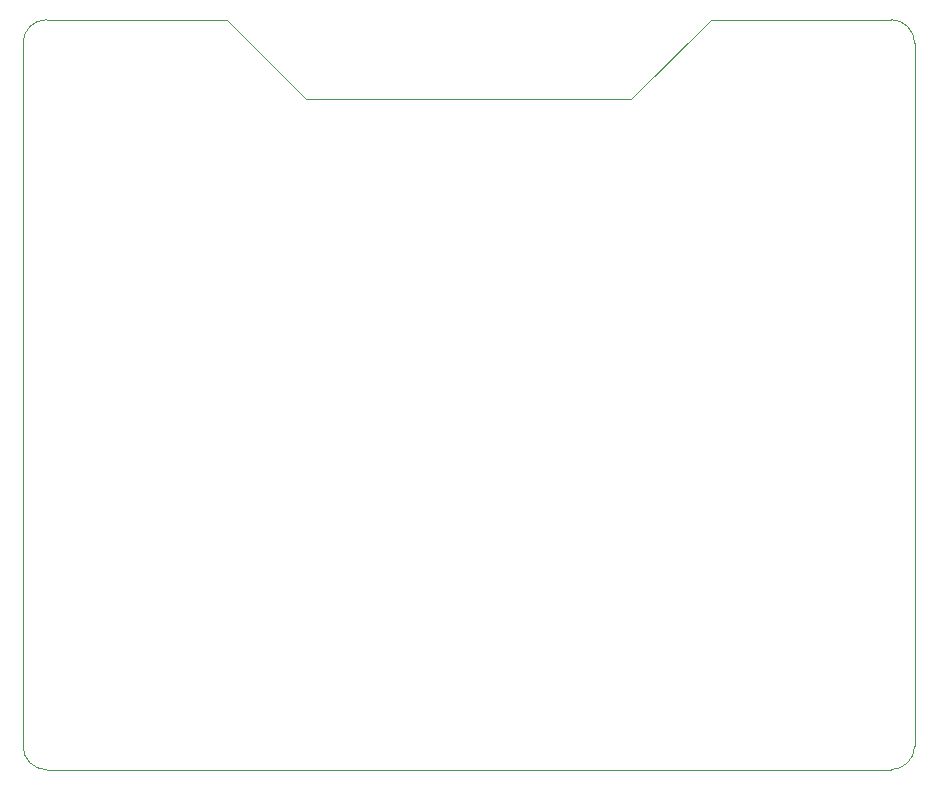
<source format=gbr>
%TF.GenerationSoftware,KiCad,Pcbnew,7.0.2*%
%TF.CreationDate,2024-01-21T19:49:34+02:00*%
%TF.ProjectId,illuminati_ws,696c6c75-6d69-46e6-9174-695f77732e6b,rev?*%
%TF.SameCoordinates,Original*%
%TF.FileFunction,Profile,NP*%
%FSLAX46Y46*%
G04 Gerber Fmt 4.6, Leading zero omitted, Abs format (unit mm)*
G04 Created by KiCad (PCBNEW 7.0.2) date 2024-01-21 19:49:34*
%MOMM*%
%LPD*%
G01*
G04 APERTURE LIST*
%TA.AperFunction,Profile*%
%ADD10C,0.100000*%
%TD*%
G04 APERTURE END LIST*
D10*
X187500000Y-86000000D02*
G75*
G03*
X185500000Y-84000000I-2000000J0D01*
G01*
X185500000Y-147500000D02*
X114000000Y-147500000D01*
X163500000Y-90750000D02*
X170250000Y-84000000D01*
X114000000Y-84000000D02*
G75*
G03*
X112000000Y-86000000I0J-2000000D01*
G01*
X136000000Y-90750000D02*
X129250000Y-84000000D01*
X136000000Y-90750000D02*
X163500000Y-90750000D01*
X187500000Y-86000000D02*
X187500000Y-145500000D01*
X185500000Y-147500000D02*
G75*
G03*
X187500000Y-145500000I0J2000000D01*
G01*
X170250000Y-84000000D02*
X185500000Y-84000000D01*
X112000000Y-145500000D02*
X112000000Y-86000000D01*
X129250000Y-84000000D02*
X114000000Y-84000000D01*
X112000000Y-145500000D02*
G75*
G03*
X114000000Y-147500000I2000000J0D01*
G01*
M02*

</source>
